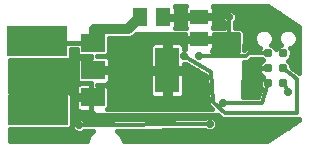
<source format=gbl>
G75*
%MOIN*%
%OFA0B0*%
%FSLAX24Y24*%
%IPPOS*%
%LPD*%
%AMOC8*
5,1,8,0,0,1.08239X$1,22.5*
%
%ADD10R,0.0591X0.0512*%
%ADD11R,0.0512X0.0591*%
%ADD12R,0.0787X0.0591*%
%ADD13R,0.0787X0.1496*%
%ADD14C,0.0310*%
%ADD15R,0.2000X0.1000*%
%ADD16C,0.0160*%
%ADD17OC8,0.0238*%
%ADD18C,0.0120*%
%ADD19C,0.0240*%
%ADD20C,0.0320*%
D10*
X013930Y007156D03*
X013930Y007904D03*
D11*
X012704Y007880D03*
X011956Y007880D03*
D12*
X010380Y007026D03*
X010380Y006120D03*
X010380Y005214D03*
D13*
X012860Y006120D03*
D14*
X016230Y006180D03*
X016730Y006180D03*
X016730Y006680D03*
X016230Y006680D03*
X016230Y005680D03*
X016730Y005680D03*
D15*
X008540Y004780D03*
X008530Y007080D03*
D16*
X007610Y004150D02*
X007610Y003760D01*
X010175Y003760D01*
X010263Y003972D01*
X010385Y004095D01*
X010094Y004092D01*
X010033Y004031D01*
X009827Y004031D01*
X009681Y004177D01*
X009681Y004383D01*
X009827Y004529D01*
X010033Y004529D01*
X010090Y004472D01*
X014116Y004518D01*
X014177Y004579D01*
X014383Y004579D01*
X014529Y004433D01*
X014529Y004227D01*
X014383Y004081D01*
X014177Y004081D01*
X014120Y004138D01*
X011185Y004104D01*
X011317Y003972D01*
X011405Y003760D01*
X016191Y003760D01*
X017250Y004450D01*
X017250Y004490D01*
X014691Y004490D01*
X014561Y004620D01*
X010443Y004620D01*
X010320Y004743D01*
X010320Y005147D01*
X010312Y005147D01*
X009806Y005147D01*
X009806Y004896D01*
X009818Y004850D01*
X009842Y004809D01*
X009876Y004775D01*
X009917Y004751D01*
X009962Y004739D01*
X010312Y004739D01*
X010312Y005147D01*
X010312Y005282D01*
X009806Y005282D01*
X009806Y005533D01*
X009818Y005579D01*
X009842Y005620D01*
X009876Y005654D01*
X009917Y005677D01*
X009962Y005690D01*
X010312Y005690D01*
X010312Y005282D01*
X010320Y005282D01*
X010320Y005695D01*
X009932Y005695D01*
X009856Y005771D01*
X009856Y006469D01*
X009932Y006545D01*
X010320Y006545D01*
X010320Y006600D01*
X009932Y006600D01*
X009856Y006676D01*
X009856Y006820D01*
X009660Y006820D01*
X009660Y006526D01*
X009584Y006450D01*
X007610Y006450D01*
X007610Y005410D01*
X009594Y005410D01*
X009670Y005334D01*
X009670Y004226D01*
X009594Y004150D01*
X007610Y004150D01*
X007610Y004053D02*
X009805Y004053D01*
X009681Y004212D02*
X009655Y004212D01*
X009670Y004370D02*
X009681Y004370D01*
X009670Y004529D02*
X009826Y004529D01*
X010034Y004529D02*
X014126Y004529D01*
X014434Y004529D02*
X014653Y004529D01*
X014529Y004370D02*
X017127Y004370D01*
X016884Y004212D02*
X014514Y004212D01*
X014351Y004830D02*
X010868Y004830D01*
X010904Y004865D01*
X010904Y005564D01*
X010827Y005640D01*
X010530Y005640D01*
X010530Y005645D01*
X010797Y005645D01*
X010843Y005657D01*
X010884Y005681D01*
X010918Y005714D01*
X010941Y005755D01*
X010954Y005801D01*
X010954Y006052D01*
X010530Y006052D01*
X010530Y006188D01*
X010954Y006188D01*
X010954Y006439D01*
X010941Y006485D01*
X010918Y006526D01*
X010884Y006559D01*
X010843Y006583D01*
X010797Y006595D01*
X010530Y006595D01*
X010530Y006600D01*
X010827Y006600D01*
X010904Y006676D01*
X010904Y007190D01*
X011614Y007190D01*
X011720Y007234D01*
X011816Y007330D01*
X013455Y007330D01*
X013455Y007204D01*
X013882Y007204D01*
X013882Y007108D01*
X013455Y007108D01*
X013455Y006876D01*
X013467Y006831D01*
X013468Y006829D01*
X013434Y006829D01*
X013434Y006892D01*
X013422Y006938D01*
X013398Y006979D01*
X013364Y007012D01*
X013323Y007036D01*
X013278Y007048D01*
X012940Y007048D01*
X012940Y006200D01*
X012780Y006200D01*
X012780Y006040D01*
X012286Y006040D01*
X012286Y005348D01*
X012299Y005302D01*
X012322Y005261D01*
X012356Y005228D01*
X012397Y005204D01*
X012443Y005192D01*
X012780Y005192D01*
X012780Y006040D01*
X012940Y006040D01*
X012940Y005192D01*
X013278Y005192D01*
X013323Y005204D01*
X013364Y005228D01*
X013398Y005261D01*
X013422Y005302D01*
X013434Y005348D01*
X013434Y006040D01*
X012940Y006040D01*
X012940Y006200D01*
X013434Y006200D01*
X013434Y006331D01*
X013478Y006331D01*
X014147Y005937D01*
X014210Y005043D01*
X014210Y004971D01*
X014215Y004966D01*
X014216Y004958D01*
X014270Y004911D01*
X014351Y004830D01*
X014336Y004846D02*
X010884Y004846D01*
X010904Y005004D02*
X014210Y005004D01*
X014202Y005163D02*
X010904Y005163D01*
X010904Y005321D02*
X012294Y005321D01*
X012286Y005480D02*
X010904Y005480D01*
X010829Y005638D02*
X012286Y005638D01*
X012280Y005630D02*
X012130Y005630D01*
X012286Y005797D02*
X010952Y005797D01*
X010954Y005955D02*
X012286Y005955D01*
X012286Y006200D02*
X012780Y006200D01*
X012780Y007048D01*
X012443Y007048D01*
X012397Y007036D01*
X012356Y007012D01*
X012322Y006979D01*
X012299Y006938D01*
X012286Y006892D01*
X012286Y006200D01*
X012286Y006272D02*
X010954Y006272D01*
X010954Y006431D02*
X012286Y006431D01*
X012286Y006589D02*
X010821Y006589D01*
X010904Y006748D02*
X012286Y006748D01*
X012290Y006906D02*
X010904Y006906D01*
X010904Y007065D02*
X013455Y007065D01*
X013455Y006906D02*
X013430Y006906D01*
X012940Y006906D02*
X012780Y006906D01*
X012780Y006748D02*
X012940Y006748D01*
X012940Y006589D02*
X012780Y006589D01*
X012780Y006431D02*
X012940Y006431D01*
X012940Y006272D02*
X012780Y006272D01*
X012780Y006114D02*
X010530Y006114D01*
X009856Y006114D02*
X007610Y006114D01*
X007610Y006272D02*
X009856Y006272D01*
X009856Y006431D02*
X007610Y006431D01*
X007610Y005955D02*
X009856Y005955D01*
X009856Y005797D02*
X007610Y005797D01*
X007610Y005638D02*
X009860Y005638D01*
X009806Y005480D02*
X007610Y005480D01*
X009670Y005321D02*
X009806Y005321D01*
X009670Y005163D02*
X010312Y005163D01*
X010312Y005321D02*
X010320Y005321D01*
X010312Y005480D02*
X010320Y005480D01*
X010312Y005638D02*
X010320Y005638D01*
X010312Y005004D02*
X010320Y005004D01*
X010312Y004846D02*
X010320Y004846D01*
X010376Y004687D02*
X009670Y004687D01*
X009670Y004846D02*
X009821Y004846D01*
X009806Y005004D02*
X009670Y005004D01*
X010055Y004053D02*
X010343Y004053D01*
X010230Y003895D02*
X007610Y003895D01*
X011237Y004053D02*
X016641Y004053D01*
X016398Y003895D02*
X011350Y003895D01*
X012780Y005321D02*
X012940Y005321D01*
X012940Y005480D02*
X012780Y005480D01*
X012780Y005638D02*
X012940Y005638D01*
X012940Y005797D02*
X012780Y005797D01*
X012780Y005955D02*
X012940Y005955D01*
X012940Y006114D02*
X013848Y006114D01*
X014117Y005955D02*
X013434Y005955D01*
X013434Y005797D02*
X014157Y005797D01*
X014168Y005638D02*
X013434Y005638D01*
X013434Y005480D02*
X014179Y005480D01*
X014191Y005321D02*
X013427Y005321D01*
X013434Y006272D02*
X013579Y006272D01*
X014350Y006770D02*
X014369Y006790D01*
X014393Y006831D01*
X014405Y006876D01*
X014405Y007108D01*
X013978Y007108D01*
X013978Y007204D01*
X014405Y007204D01*
X014405Y007330D01*
X015230Y007330D01*
X015219Y006770D01*
X014350Y006770D01*
X014405Y006906D02*
X015222Y006906D01*
X015225Y007065D02*
X014405Y007065D01*
X014405Y007223D02*
X015228Y007223D01*
X015438Y007223D02*
X015750Y007223D01*
X015750Y007246D02*
X015750Y007114D01*
X015800Y006993D01*
X015893Y006900D01*
X015966Y006870D01*
X015501Y006870D01*
X015429Y006798D01*
X015438Y007241D01*
X015440Y007243D01*
X015440Y007328D01*
X015442Y007413D01*
X015440Y007415D01*
X015440Y007417D01*
X015380Y007477D01*
X015321Y007538D01*
X015319Y007538D01*
X015317Y007540D01*
X015232Y007540D01*
X015147Y007542D01*
X015145Y007540D01*
X015120Y007540D01*
X015120Y007718D01*
X015179Y007777D01*
X015179Y007983D01*
X015033Y008129D01*
X014827Y008129D01*
X014681Y007983D01*
X014681Y007777D01*
X014740Y007718D01*
X014740Y007540D01*
X014371Y007540D01*
X014740Y007540D01*
X014740Y007699D02*
X014405Y007699D01*
X014405Y007624D02*
X014405Y007856D01*
X013978Y007856D01*
X013978Y007952D01*
X014405Y007952D01*
X014405Y008184D01*
X014393Y008229D01*
X014370Y008270D01*
X016220Y008270D01*
X017250Y007562D01*
X017250Y006020D01*
X017245Y006020D01*
X017015Y006199D01*
X017015Y006237D01*
X016972Y006341D01*
X016891Y006422D01*
X016871Y006430D01*
X016891Y006438D01*
X016972Y006519D01*
X017015Y006623D01*
X017015Y006737D01*
X016972Y006841D01*
X016958Y006855D01*
X017067Y006900D01*
X017160Y006993D01*
X017210Y007114D01*
X017210Y007246D01*
X017160Y007367D01*
X017067Y007460D01*
X016946Y007510D01*
X016814Y007510D01*
X016693Y007460D01*
X016600Y007367D01*
X016550Y007246D01*
X016550Y007114D01*
X016600Y006993D01*
X016641Y006952D01*
X016569Y006922D01*
X016488Y006841D01*
X016480Y006821D01*
X016472Y006841D01*
X016391Y006922D01*
X016319Y006952D01*
X016360Y006993D01*
X016410Y007114D01*
X016410Y007246D01*
X016360Y007367D01*
X016267Y007460D01*
X016146Y007510D01*
X016014Y007510D01*
X015893Y007460D01*
X015800Y007367D01*
X015750Y007246D01*
X015815Y007382D02*
X015441Y007382D01*
X015230Y007540D02*
X017250Y007540D01*
X017250Y007382D02*
X017145Y007382D01*
X017210Y007223D02*
X017250Y007223D01*
X017250Y007065D02*
X017189Y007065D01*
X017250Y006906D02*
X017073Y006906D01*
X017011Y006748D02*
X017250Y006748D01*
X017250Y006589D02*
X017001Y006589D01*
X016872Y006431D02*
X017250Y006431D01*
X017250Y006272D02*
X017000Y006272D01*
X017125Y006114D02*
X017250Y006114D01*
X016230Y006180D02*
X015895Y006180D01*
X016230Y006180D01*
X016230Y006180D01*
X015933Y006339D02*
X015908Y006278D01*
X015895Y006213D01*
X015895Y006180D01*
X015895Y006147D01*
X015908Y006082D01*
X015933Y006021D01*
X015970Y005966D01*
X016016Y005920D01*
X016047Y005900D01*
X015988Y005841D01*
X015945Y005737D01*
X015945Y005623D01*
X015984Y005528D01*
X015890Y005220D01*
X015398Y005220D01*
X015421Y006390D01*
X015559Y006390D01*
X015659Y006490D01*
X016017Y006490D01*
X016047Y006460D01*
X016016Y006440D01*
X015970Y006394D01*
X015933Y006339D01*
X015907Y006272D02*
X015419Y006272D01*
X015416Y006114D02*
X015902Y006114D01*
X015981Y005955D02*
X015413Y005955D01*
X015409Y005797D02*
X015970Y005797D01*
X015945Y005638D02*
X015406Y005638D01*
X015403Y005480D02*
X015970Y005480D01*
X015921Y005321D02*
X015400Y005321D01*
X015599Y006431D02*
X016007Y006431D01*
X015887Y006906D02*
X015432Y006906D01*
X015435Y007065D02*
X015771Y007065D01*
X016389Y007065D02*
X016571Y007065D01*
X016553Y006906D02*
X016407Y006906D01*
X016410Y007223D02*
X016550Y007223D01*
X016615Y007382D02*
X016345Y007382D01*
X016820Y007857D02*
X015179Y007857D01*
X015147Y008016D02*
X016590Y008016D01*
X016359Y008174D02*
X014405Y008174D01*
X014405Y008016D02*
X014713Y008016D01*
X014681Y007857D02*
X013978Y007857D01*
X013882Y007857D02*
X012752Y007857D01*
X012752Y007832D02*
X012752Y007928D01*
X013140Y007928D01*
X013140Y008199D01*
X013128Y008245D01*
X013113Y008270D01*
X013490Y008270D01*
X013467Y008229D01*
X013455Y008184D01*
X013455Y007952D01*
X013882Y007952D01*
X013882Y007856D01*
X013455Y007856D01*
X013455Y007624D01*
X013467Y007579D01*
X013489Y007540D01*
X013134Y007540D01*
X013140Y007561D01*
X013140Y007832D01*
X012752Y007832D01*
X013140Y007699D02*
X013455Y007699D01*
X013489Y007540D02*
X013134Y007540D01*
X013455Y007223D02*
X011693Y007223D01*
X010430Y007030D02*
X010364Y007010D01*
X010430Y007030D02*
X009180Y007030D01*
X009030Y007030D01*
X009660Y006748D02*
X009856Y006748D01*
X009660Y006589D02*
X010320Y006589D01*
X013140Y008016D02*
X013455Y008016D01*
X013455Y008174D02*
X013140Y008174D01*
X014371Y007540D02*
X014393Y007579D01*
X014405Y007624D01*
X015120Y007699D02*
X017051Y007699D01*
X015146Y007540D02*
X015120Y007540D01*
D17*
X014930Y007880D03*
X015530Y007030D03*
X015610Y006210D03*
X015480Y005680D03*
X015780Y005330D03*
X014730Y005030D03*
X014280Y004330D03*
X015480Y004080D03*
X016880Y005380D03*
X017080Y006430D03*
X013930Y006580D03*
X013430Y006580D03*
X012130Y005630D03*
X010330Y004630D03*
X009930Y004280D03*
X010000Y003880D03*
X011910Y003900D03*
X009080Y005830D03*
X008030Y005830D03*
D18*
X009930Y004280D02*
X014280Y004330D01*
X014770Y004680D02*
X014400Y005050D01*
X014330Y006050D01*
X013430Y006580D01*
X013930Y006580D02*
X015480Y006580D01*
X015580Y006680D01*
X016230Y006680D01*
X016730Y006180D02*
X017180Y005830D01*
X017180Y004680D01*
X014770Y004680D01*
X014730Y005030D02*
X016030Y005030D01*
X016230Y005680D01*
X016730Y005680D02*
X016780Y005630D01*
X016880Y005380D01*
X014930Y007130D02*
X013956Y007130D01*
X013930Y007156D01*
X014930Y007130D02*
X014930Y007880D01*
D19*
X012860Y006120D02*
X010380Y006120D01*
D20*
X010430Y006936D02*
X010380Y007026D01*
X010364Y007010D01*
X010430Y006936D02*
X010430Y007480D01*
X011556Y007480D01*
X011956Y007880D01*
X009030Y007030D02*
X008530Y007080D01*
M02*

</source>
